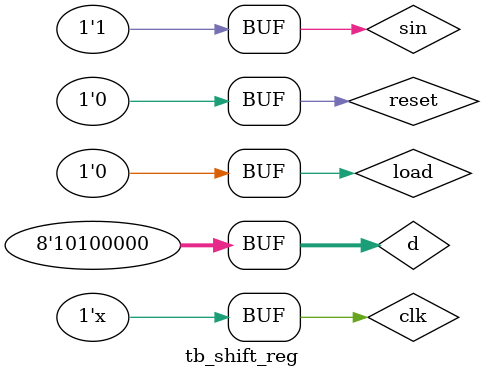
<source format=v>
`timescale 1ns / 1ps


module tb_shift_reg();
    parameter N = 8;

    reg clk = 0, reset, load, sin;
    reg [N-1:0] d;
    wire sout;
    wire [N-1:0] q;
    
    shift_reg u_shitf_reg(.clk (clk), .reset (reset), .load (load), 
        .sin (sin), .d (d), .q (q), .sout (sout));
    
    always #5 clk = ~clk;
    
    initial begin
        sin <= 1'b0;
        d <= 8'b1010_0000;
        reset <= 1'b1;
        load <= 1'b0;
        #30;
        
        reset <= 1'b0;
        load <= 1'b1;
        #30;
        
        load <= 1'b0;
        #80;
        
        sin <= 1'b1;  
        #20;
    end
endmodule

</source>
